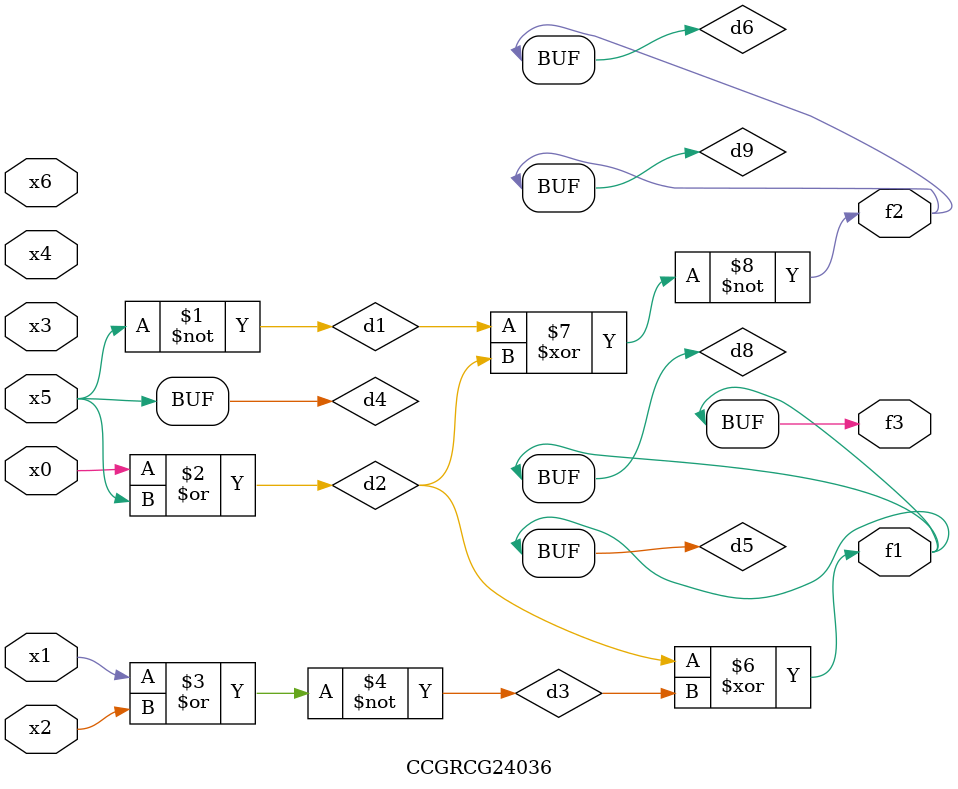
<source format=v>
module CCGRCG24036(
	input x0, x1, x2, x3, x4, x5, x6,
	output f1, f2, f3
);

	wire d1, d2, d3, d4, d5, d6, d7, d8, d9;

	nand (d1, x5);
	or (d2, x0, x5);
	nor (d3, x1, x2);
	xnor (d4, d1);
	xor (d5, d2, d3);
	xnor (d6, d1, d2);
	not (d7, x4);
	buf (d8, d5);
	xor (d9, d6);
	assign f1 = d8;
	assign f2 = d9;
	assign f3 = d8;
endmodule

</source>
